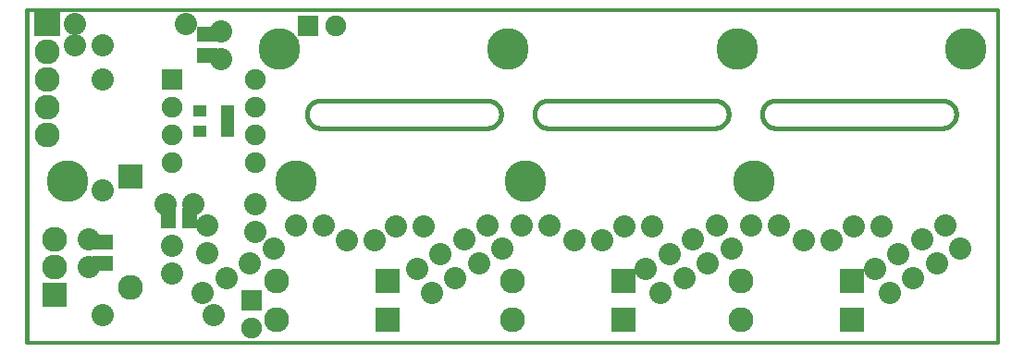
<source format=gbs>
G04 (created by PCBNEW-RS274X (20100406 SVN-R2508)-final) date 6/3/2010 10:00:35 PM*
G01*
G70*
G90*
%MOIN*%
G04 Gerber Fmt 3.4, Leading zero omitted, Abs format*
%FSLAX34Y34*%
G04 APERTURE LIST*
%ADD10C,0.006000*%
%ADD11C,0.012000*%
%ADD12C,0.015000*%
%ADD13C,0.090000*%
%ADD14R,0.090000X0.090000*%
%ADD15C,0.080000*%
%ADD16C,0.150000*%
%ADD17R,0.095000X0.090000*%
%ADD18R,0.050000X0.040000*%
%ADD19R,0.075000X0.055000*%
%ADD20R,0.055000X0.075000*%
%ADD21R,0.075000X0.075000*%
%ADD22C,0.075000*%
G04 APERTURE END LIST*
G54D10*
G54D11*
X56000Y-43250D02*
X21000Y-43250D01*
X56000Y-55250D02*
X56000Y-43250D01*
X21000Y-55250D02*
X56000Y-55250D01*
G54D12*
X54000Y-47500D02*
X54043Y-47498D01*
X54086Y-47492D01*
X54129Y-47482D01*
X54171Y-47469D01*
X54211Y-47453D01*
X54250Y-47433D01*
X54286Y-47409D01*
X54321Y-47383D01*
X54353Y-47353D01*
X54383Y-47321D01*
X54409Y-47286D01*
X54433Y-47249D01*
X54453Y-47211D01*
X54469Y-47171D01*
X54482Y-47129D01*
X54492Y-47086D01*
X54498Y-47043D01*
X54500Y-47000D01*
X21000Y-55200D02*
X21000Y-55000D01*
X54000Y-47500D02*
X48000Y-47500D01*
X31600Y-46500D02*
X31557Y-46502D01*
X31514Y-46508D01*
X31471Y-46518D01*
X31429Y-46531D01*
X31389Y-46547D01*
X31351Y-46567D01*
X31314Y-46591D01*
X31279Y-46617D01*
X31247Y-46647D01*
X31217Y-46679D01*
X31191Y-46714D01*
X31167Y-46751D01*
X31147Y-46789D01*
X31131Y-46829D01*
X31118Y-46871D01*
X31108Y-46914D01*
X31102Y-46957D01*
X31100Y-47000D01*
X31100Y-47000D02*
X31102Y-47043D01*
X31108Y-47086D01*
X31118Y-47129D01*
X31131Y-47171D01*
X31147Y-47211D01*
X31167Y-47249D01*
X31191Y-47286D01*
X31217Y-47321D01*
X31247Y-47353D01*
X31279Y-47383D01*
X31314Y-47409D01*
X31351Y-47433D01*
X31389Y-47453D01*
X31429Y-47469D01*
X31471Y-47482D01*
X31514Y-47492D01*
X31557Y-47498D01*
X31600Y-47500D01*
X37600Y-47500D02*
X37643Y-47498D01*
X37686Y-47492D01*
X37729Y-47482D01*
X37771Y-47469D01*
X37811Y-47453D01*
X37850Y-47433D01*
X37886Y-47409D01*
X37921Y-47383D01*
X37953Y-47353D01*
X37983Y-47321D01*
X38009Y-47286D01*
X38033Y-47249D01*
X38053Y-47211D01*
X38069Y-47171D01*
X38082Y-47129D01*
X38092Y-47086D01*
X38098Y-47043D01*
X38100Y-47000D01*
X38100Y-47000D02*
X38098Y-46957D01*
X38092Y-46914D01*
X38082Y-46871D01*
X38069Y-46829D01*
X38053Y-46789D01*
X38033Y-46751D01*
X38009Y-46714D01*
X37983Y-46679D01*
X37953Y-46647D01*
X37921Y-46617D01*
X37886Y-46591D01*
X37850Y-46567D01*
X37811Y-46547D01*
X37771Y-46531D01*
X37729Y-46518D01*
X37686Y-46508D01*
X37643Y-46502D01*
X37600Y-46500D01*
X39800Y-46500D02*
X39757Y-46502D01*
X39714Y-46508D01*
X39671Y-46518D01*
X39629Y-46531D01*
X39589Y-46547D01*
X39551Y-46567D01*
X39514Y-46591D01*
X39479Y-46617D01*
X39447Y-46647D01*
X39417Y-46679D01*
X39391Y-46714D01*
X39367Y-46751D01*
X39347Y-46789D01*
X39331Y-46829D01*
X39318Y-46871D01*
X39308Y-46914D01*
X39302Y-46957D01*
X39300Y-47000D01*
X39300Y-47000D02*
X39302Y-47043D01*
X39308Y-47086D01*
X39318Y-47129D01*
X39331Y-47171D01*
X39347Y-47211D01*
X39367Y-47249D01*
X39391Y-47286D01*
X39417Y-47321D01*
X39447Y-47353D01*
X39479Y-47383D01*
X39514Y-47409D01*
X39551Y-47433D01*
X39589Y-47453D01*
X39629Y-47469D01*
X39671Y-47482D01*
X39714Y-47492D01*
X39757Y-47498D01*
X39800Y-47500D01*
X45800Y-47500D02*
X45843Y-47498D01*
X45886Y-47492D01*
X45929Y-47482D01*
X45971Y-47469D01*
X46011Y-47453D01*
X46050Y-47433D01*
X46086Y-47409D01*
X46121Y-47383D01*
X46153Y-47353D01*
X46183Y-47321D01*
X46209Y-47286D01*
X46233Y-47249D01*
X46253Y-47211D01*
X46269Y-47171D01*
X46282Y-47129D01*
X46292Y-47086D01*
X46298Y-47043D01*
X46300Y-47000D01*
X46300Y-47000D02*
X46298Y-46957D01*
X46292Y-46914D01*
X46282Y-46871D01*
X46269Y-46829D01*
X46253Y-46789D01*
X46233Y-46751D01*
X46209Y-46714D01*
X46183Y-46679D01*
X46153Y-46647D01*
X46121Y-46617D01*
X46086Y-46591D01*
X46050Y-46567D01*
X46011Y-46547D01*
X45971Y-46531D01*
X45929Y-46518D01*
X45886Y-46508D01*
X45843Y-46502D01*
X45800Y-46500D01*
X48000Y-46500D02*
X47957Y-46502D01*
X47914Y-46508D01*
X47871Y-46518D01*
X47829Y-46531D01*
X47789Y-46547D01*
X47751Y-46567D01*
X47714Y-46591D01*
X47679Y-46617D01*
X47647Y-46647D01*
X47617Y-46679D01*
X47591Y-46714D01*
X47567Y-46751D01*
X47547Y-46789D01*
X47531Y-46829D01*
X47518Y-46871D01*
X47508Y-46914D01*
X47502Y-46957D01*
X47500Y-47000D01*
X47500Y-47000D02*
X47502Y-47043D01*
X47508Y-47086D01*
X47518Y-47129D01*
X47531Y-47171D01*
X47547Y-47211D01*
X47567Y-47249D01*
X47591Y-47286D01*
X47617Y-47321D01*
X47647Y-47353D01*
X47679Y-47383D01*
X47714Y-47409D01*
X47751Y-47433D01*
X47789Y-47453D01*
X47829Y-47469D01*
X47871Y-47482D01*
X47914Y-47492D01*
X47957Y-47498D01*
X48000Y-47500D01*
X54500Y-47000D02*
X54498Y-46957D01*
X54492Y-46914D01*
X54482Y-46871D01*
X54469Y-46829D01*
X54453Y-46789D01*
X54433Y-46751D01*
X54409Y-46714D01*
X54383Y-46679D01*
X54353Y-46647D01*
X54321Y-46617D01*
X54286Y-46591D01*
X54250Y-46567D01*
X54211Y-46547D01*
X54171Y-46531D01*
X54129Y-46518D01*
X54086Y-46508D01*
X54043Y-46502D01*
X54000Y-46500D01*
X31600Y-47500D02*
X37600Y-47500D01*
X37600Y-46500D02*
X31600Y-46500D01*
X39800Y-47500D02*
X45800Y-47500D01*
X45800Y-46500D02*
X39800Y-46500D01*
X54000Y-46500D02*
X48000Y-46500D01*
X21000Y-43250D02*
X21000Y-55000D01*
G54D13*
X24750Y-53250D03*
G54D14*
X24750Y-49250D03*
G54D13*
X46750Y-53000D03*
G54D14*
X50750Y-53000D03*
G54D13*
X46750Y-54400D03*
G54D14*
X50750Y-54400D03*
G54D13*
X38500Y-53000D03*
G54D14*
X42500Y-53000D03*
G54D13*
X38500Y-54400D03*
G54D14*
X42500Y-54400D03*
G54D13*
X30000Y-53000D03*
G54D14*
X34000Y-53000D03*
G54D13*
X30000Y-54400D03*
G54D14*
X34000Y-54400D03*
G54D15*
X23750Y-54250D03*
X27750Y-54250D03*
X23750Y-45750D03*
X23750Y-49750D03*
X22750Y-43750D03*
X26750Y-43750D03*
X37300Y-52375D03*
X36452Y-52905D03*
X35604Y-53435D03*
X38148Y-51845D03*
G54D16*
X38361Y-44637D03*
X30729Y-49407D03*
G54D15*
X45550Y-52375D03*
X44702Y-52905D03*
X43854Y-53435D03*
X46398Y-51845D03*
G54D16*
X46611Y-44637D03*
X38979Y-49407D03*
G54D15*
X53800Y-52375D03*
X52952Y-52905D03*
X52104Y-53435D03*
X54648Y-51845D03*
G54D16*
X54861Y-44637D03*
X47229Y-49407D03*
G54D15*
X29050Y-52375D03*
X28202Y-52905D03*
X27354Y-53435D03*
X29898Y-51845D03*
G54D16*
X30111Y-44637D03*
X22479Y-49407D03*
G54D15*
X53270Y-51527D03*
X52422Y-52057D03*
X51574Y-52587D03*
X54118Y-50997D03*
G54D16*
X54861Y-44637D03*
X47229Y-49407D03*
G54D15*
X45020Y-51527D03*
X44172Y-52057D03*
X43324Y-52587D03*
X45868Y-50997D03*
G54D16*
X46611Y-44637D03*
X38979Y-49407D03*
G54D15*
X36770Y-51527D03*
X35922Y-52057D03*
X35074Y-52587D03*
X37618Y-50997D03*
G54D16*
X38361Y-44637D03*
X30729Y-49407D03*
G54D15*
X29250Y-51250D03*
X29250Y-50250D03*
X51800Y-51050D03*
X50800Y-51050D03*
X32550Y-51550D03*
X33550Y-51550D03*
X39850Y-51000D03*
X38850Y-51000D03*
X31700Y-51000D03*
X30700Y-51000D03*
X40750Y-51550D03*
X41750Y-51550D03*
X43550Y-51050D03*
X42550Y-51050D03*
X35300Y-51050D03*
X34300Y-51050D03*
G54D17*
X21750Y-43750D03*
G54D13*
X21750Y-44750D03*
X21750Y-45740D03*
X21750Y-46760D03*
X21750Y-47750D03*
G54D18*
X28250Y-46875D03*
X28250Y-47625D03*
X27250Y-46875D03*
X28250Y-47250D03*
X27250Y-47625D03*
G54D15*
X48100Y-51000D03*
X47100Y-51000D03*
X26250Y-51750D03*
X26250Y-52750D03*
G54D19*
X23750Y-52375D03*
X23750Y-51625D03*
G54D15*
X23250Y-52500D03*
X23250Y-51500D03*
X23750Y-44500D03*
X22750Y-44500D03*
G54D20*
X26125Y-50750D03*
X26875Y-50750D03*
G54D15*
X26000Y-50250D03*
X27000Y-50250D03*
X26000Y-50250D03*
X27000Y-50250D03*
G54D19*
X27500Y-44125D03*
X27500Y-44875D03*
G54D15*
X28000Y-44000D03*
X28000Y-45000D03*
X28000Y-44000D03*
X28000Y-45000D03*
X27500Y-51000D03*
X27500Y-52000D03*
X49000Y-51550D03*
X50000Y-51550D03*
G54D21*
X26250Y-45750D03*
G54D22*
X26250Y-46750D03*
X26250Y-47750D03*
X26250Y-48750D03*
X29250Y-48750D03*
X29250Y-47750D03*
X29250Y-46750D03*
X29250Y-45750D03*
G54D13*
X22000Y-51500D03*
X22000Y-52500D03*
G54D14*
X22000Y-53500D03*
G54D21*
X31150Y-43800D03*
G54D22*
X32150Y-43800D03*
G54D21*
X29100Y-53700D03*
G54D22*
X29100Y-54700D03*
M02*

</source>
